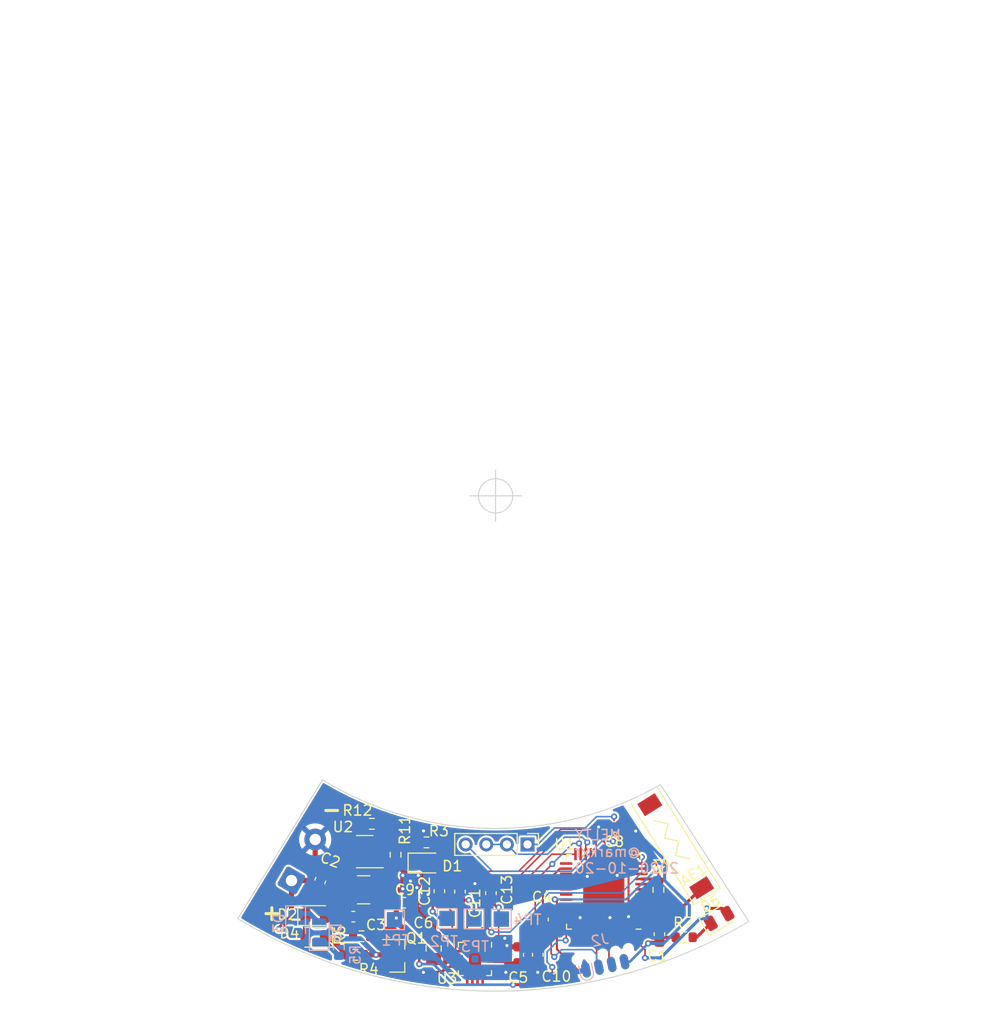
<source format=kicad_pcb>
(kicad_pcb (version 20201002) (generator pcbnew)
  (layers (0 "F.Cu" signal) (31 "B.Cu" signal) (34 "B.Paste" user) (35 "F.Paste" user) (36 "B.SilkS" user "B.Silkscreen") (37 "F.SilkS" user "F.Silkscreen") (38 "B.Mask" user) (39 "F.Mask" user) (44 "Edge.Cuts" user))
  (net 0 "")
  (net 1 "GND")
  (net 2 "/ANT")
  (net 3 "/VLOGIC")
  (net 4 "Net-(C4-Pad1)")
  (net 5 "/PROG_RX")
  (net 6 "Net-(J2-Pad3)")
  (net 7 "/PROG_BOOT")
  (net 8 "/PROG_TX")
  (net 9 "/PROG_EN")
  (net 10 "Net-(U1-Pad48)")
  (net 11 "Net-(U1-Pad47)")
  (net 12 "Net-(U1-Pad45)")
  (net 13 "Net-(U1-Pad44)")
  (net 14 "Net-(U1-Pad12)")
  (net 15 "Net-(U1-Pad39)")
  (net 16 "Net-(U1-Pad10)")
  (net 17 "Net-(U1-Pad35)")
  (net 18 "Net-(U1-Pad33)")
  (net 19 "Net-(U1-Pad32)")
  (net 20 "Net-(U1-Pad31)")
  (net 21 "Net-(U1-Pad30)")
  (net 22 "/ESC_TELEMETRY")
  (net 23 "Net-(U1-Pad29)")
  (net 24 "Net-(U1-Pad27)")
  (net 25 "Net-(U1-Pad25)")
  (net 26 "Net-(U1-Pad21)")
  (net 27 "/ACCEL_Y")
  (net 28 "/ACCEL_X")
  (net 29 "Net-(U1-Pad17)")
  (net 30 "Net-(U1-Pad16)")
  (net 31 "/MOTOR2OUT")
  (net 32 "/MOTOR1OUT")
  (net 33 "/ACCEL_Z")
  (net 34 "Net-(U1-Pad34)")
  (net 35 "Net-(D1-Pad1)")
  (net 36 "/VBAT")
  (net 37 "Net-(U1-Pad8)")
  (net 38 "Net-(U1-Pad7)")
  (net 39 "Net-(U1-Pad6)")
  (net 40 "Net-(U3-Pad8)")
  (net 41 "/LED2")
  (net 42 "Net-(D6-Pad1)")
  (net 43 "Net-(Q1-Pad3)")
  (net 44 "Net-(D4-Pad1)")
  (net 45 "Net-(D5-Pad1)")
  (net 46 "/LED1")
  (net 47 "Net-(U3-Pad13)")
  (net 48 "Net-(U3-Pad12)")
  (net 49 "/ACCEL_SELF_TEST")
  (net 50 "Net-(U3-Pad11)")
  (net 51 "Net-(U3-Pad10)")
  (net 52 "Net-(U3-Pad9)")
  (net 53 "Net-(U3-Pad3)")
  (net 54 "Net-(U3-Pad1)")
  (net 55 "/LED1_GATE")
  (net 56 "Net-(U1-Pad11)")
  (net 57 "Net-(U1-Pad38)")
  (net 58 "Net-(U1-Pad5)")
  (net 59 "Net-(J2-Pad5)")
  (net 60 "/REG_SW")
  (net 61 "/REG_BS")
  (net 62 "/REG_FB")
  (net 63 "Net-(AE1-Pad2)")
  (net 64 "Net-(U1-Pad28)")
  (net 65 "Net-(D2-Pad1)")
  (net 66 "Net-(D3-Pad1)")
  (module "Connector_Wire:SolderWire-0.5sqmm_1x02_P4.6mm_D0.9mm_OD2.1mm" (layer "F.Cu") (at 100.2 117.3 60)
    (fp_text reference "J1" hide)
    (fp_text value "Conn_01x02_Male")
    (pad "1" thru_hole roundrect (at 0 0 60) (size 2.1 2.1) (drill 1.1) (layers *.Cu *.Mask) (roundrect_rratio 0.1190480952380952) (net 36 "/VBAT"))
    (pad "2" thru_hole circle (at 4.6 0 60) (size 2.1 2.1) (drill 1.1) (layers *.Cu *.Mask) (net 1 "GND"))
  )
  (module "LED_SMD:LED_0805_2012Metric" (layer "F.Cu") (at 102.5 122.8 180)
    (fp_text reference "D4" (at 2.5 0.4) (layer "F.SilkS"))
    (fp_text value "white")
    (pad "1" smd roundrect (at -0.9375 0 180) (size 0.975 1.4) (layers "F.Cu" "F.Paste" "F.Mask") (net 44 "Net-(D4-Pad1)"))
    (pad "2" smd roundrect (at 0.9375 0 180) (size 0.975 1.4) (layers "F.Cu" "F.Paste" "F.Mask") (net 65 "Net-(D2-Pad1)"))
  )
  (module "Resistor_SMD:R_0603_1608Metric" (layer "F.Cu") (at 107 122.7)
    (fp_text reference "R6" (at -2.1 -0.1 90) (layer "F.SilkS"))
    (fp_text value "1k")
    (pad "1" smd roundrect (at -0.825 0) (size 0.8 0.95) (layers "F.Cu" "F.Paste" "F.Mask") (net 46 "/LED1"))
    (pad "2" smd roundrect (at 0.825 0) (size 0.8 0.95) (layers "F.Cu" "F.Paste" "F.Mask") (net 55 "/LED1_GATE"))
  )
  (module "LED_SMD:LED_0805_2012Metric" (layer "F.Cu") (at 141.688101 120.96875 30)
    (fp_text reference "D6" (at 0 -1.65 210) (layer "F.SilkS"))
    (fp_text value "LED")
    (pad "1" smd roundrect (at -0.9375 0 30) (size 0.975 1.4) (layers "F.Cu" "F.Paste" "F.Mask") (net 42 "Net-(D6-Pad1)"))
    (pad "2" smd roundrect (at 0.9375 0 30) (size 0.975 1.4) (layers "F.Cu" "F.Paste" "F.Mask") (net 41 "/LED2"))
  )
  (module "Capacitor_SMD:C_0603_1608Metric" (layer "F.Cu") (at 119.55 118.525 90)
    (fp_text reference "C13" (at 0.325 1.55 90) (layer "F.SilkS"))
    (fp_text value "0.1uF")
    (pad "1" smd roundrect (at -0.775 0 90) (size 0.9 0.95) (layers "F.Cu" "F.Paste" "F.Mask") (net 33 "/ACCEL_Z"))
    (pad "2" smd roundrect (at 0.775 0 90) (size 0.9 0.95) (layers "F.Cu" "F.Paste" "F.Mask") (net 1 "GND"))
  )
  (module "Resistor_SMD:R_0603_1608Metric" (layer "F.Cu") (at 135.8 118.2 90)
    (fp_text reference "R1" (at 2.4 0.1 90) (layer "F.SilkS"))
    (fp_text value "22k")
    (pad "1" smd roundrect (at -0.825 0 90) (size 0.8 0.95) (layers "F.Cu" "F.Paste" "F.Mask") (net 3 "/VLOGIC"))
    (pad "2" smd roundrect (at 0.825 0 90) (size 0.8 0.95) (layers "F.Cu" "F.Paste" "F.Mask") (net 9 "/PROG_EN"))
  )
  (module "Capacitor_SMD:C_0603_1608Metric" (layer "F.Cu") (at 131.5 112.1 180)
    (fp_text reference "C8" (at 0 -1.43) (layer "F.SilkS"))
    (fp_text value "0.1uF")
    (pad "1" smd roundrect (at -0.775 0 180) (size 0.9 0.95) (layers "F.Cu" "F.Paste" "F.Mask") (net 9 "/PROG_EN"))
    (pad "2" smd roundrect (at 0.775 0 180) (size 0.9 0.95) (layers "F.Cu" "F.Paste" "F.Mask") (net 1 "GND"))
  )
  (module "Package_TO_SOT_SMD:SOT-23" (layer "F.Cu") (at 110.435403 124.6)
    (fp_text reference "Q1" (at 1.864597 -1.7 180) (layer "F.SilkS"))
    (fp_text value "2N7002ET1G")
    (pad "1" smd rect (at -1 -0.95) (size 0.9 0.8) (layers "F.Cu" "F.Paste" "F.Mask") (net 55 "/LED1_GATE"))
    (pad "2" smd rect (at -1 0.95) (size 0.9 0.8) (layers "F.Cu" "F.Paste" "F.Mask") (net 1 "GND"))
    (pad "3" smd rect (at 1 0) (size 0.9 0.8) (layers "F.Cu" "F.Paste" "F.Mask") (net 43 "Net-(Q1-Pad3)"))
  )
  (module "Resistor_SMD:R_0603_1608Metric" (layer "F.Cu") (at 108 111.8)
    (fp_text reference "R12" (at -1.4 -1.3) (layer "F.SilkS"))
    (fp_text value "22k")
    (pad "1" smd roundrect (at -0.825 0) (size 0.8 0.95) (layers "F.Cu" "F.Paste" "F.Mask") (net 1 "GND"))
    (pad "2" smd roundrect (at 0.825 0) (size 0.8 0.95) (layers "F.Cu" "F.Paste" "F.Mask") (net 62 "/REG_FB"))
  )
  (module "LED_SMD:LED_0805_2012Metric" (layer "F.Cu") (at 102.5 120.7)
    (fp_text reference "D2" (at -2.7 -0.1 180) (layer "F.SilkS"))
    (fp_text value "white")
    (pad "1" smd roundrect (at -0.9375 0) (size 0.975 1.4) (layers "F.Cu" "F.Paste" "F.Mask") (net 65 "Net-(D2-Pad1)"))
    (pad "2" smd roundrect (at 0.9375 0) (size 0.975 1.4) (layers "F.Cu" "F.Paste" "F.Mask") (net 36 "/VBAT"))
  )
  (module "melty-controller:AN9520-245" (layer "F.Cu") (at 140 118 32)
    (fp_text reference "AE1" (at 0 -1.5 32 unlocked) (layer "F.SilkS"))
    (fp_text value " AN9520-245 ")
    (pad "1" smd rect (at 0 0 32) (size 2 1.4) (layers "F.Cu" "F.Paste" "F.Mask") (net 2 "/ANT"))
    (pad "2" smd rect (at 0 -9.5 32) (size 2 1.4) (layers "F.Cu" "F.Paste" "F.Mask") (net 63 "Net-(AE1-Pad2)"))
  )
  (module "Capacitor_SMD:C_0603_1608Metric" (layer "F.Cu") (at 106.2 120.8 180)
    (fp_text reference "C3" (at -2.2 -0.8) (layer "F.SilkS"))
    (fp_text value "22nF")
    (pad "1" smd roundrect (at -0.775 0 180) (size 0.9 0.95) (layers "F.Cu" "F.Paste" "F.Mask") (net 61 "/REG_BS"))
    (pad "2" smd roundrect (at 0.775 0 180) (size 0.9 0.95) (layers "F.Cu" "F.Paste" "F.Mask") (net 60 "/REG_SW"))
  )
  (module "Capacitor_SMD:C_0603_1608Metric" (layer "F.Cu") (at 116.55 118.375 90)
    (fp_text reference "C11" (at -1.125 1.45 270) (layer "F.SilkS"))
    (fp_text value "0.1uF")
    (pad "1" smd roundrect (at -0.775 0 90) (size 0.9 0.95) (layers "F.Cu" "F.Paste" "F.Mask") (net 27 "/ACCEL_Y"))
    (pad "2" smd roundrect (at 0.775 0 90) (size 0.9 0.95) (layers "F.Cu" "F.Paste" "F.Mask") (net 1 "GND"))
  )
  (module "Inductor_SMD:L_1210_3225Metric" (layer "F.Cu") (at 107.2 118.2)
    (fp_text reference "L1" hide)
    (fp_text value "10uH")
    (pad "1" smd roundrect (at -1.4 0) (size 1.25 2.65) (layers "F.Cu" "F.Paste" "F.Mask") (roundrect_rratio 0.2) (net 60 "/REG_SW"))
    (pad "2" smd roundrect (at 1.4 0) (size 1.25 2.65) (layers "F.Cu" "F.Paste" "F.Mask") (roundrect_rratio 0.2) (net 3 "/VLOGIC"))
  )
  (module "Resistor_SMD:R_0603_1608Metric" (layer "F.Cu") (at 138.3 122.8 180)
    (fp_text reference "R7" (at 0.1 1.4) (layer "F.SilkS"))
    (fp_text value "1k")
    (pad "1" smd roundrect (at -0.825 0 180) (size 0.8 0.95) (layers "F.Cu" "F.Paste" "F.Mask") (net 42 "Net-(D6-Pad1)"))
    (pad "2" smd roundrect (at 0.825 0 180) (size 0.8 0.95) (layers "F.Cu" "F.Paste" "F.Mask") (net 1 "GND"))
  )
  (module "Connector_PinHeader_2.00mm:PinHeader_1x04_P2.00mm_Vertical" (layer "F.Cu") (at 123.1 113.8 -90)
    (fp_text reference "J3" hide)
    (fp_text value "esc_io")
    (pad "1" thru_hole rect (at 0 0 270) (size 1.35 1.35) (drill 0.8) (layers *.Cu *.Mask) (net 32 "/MOTOR1OUT"))
    (pad "2" thru_hole oval (at 0 2 270) (size 1.35 1.35) (drill 0.8) (layers *.Cu *.Mask) (net 22 "/ESC_TELEMETRY"))
    (pad "3" thru_hole oval (at 0 4 270) (size 1.35 1.35) (drill 0.8) (layers *.Cu *.Mask) (net 22 "/ESC_TELEMETRY"))
    (pad "4" thru_hole oval (at 0 6 270) (size 1.35 1.35) (drill 0.8) (layers *.Cu *.Mask) (net 31 "/MOTOR2OUT"))
  )
  (module "Capacitor_SMD:C_0603_1608Metric" (layer "F.Cu") (at 124.6 121.075 -90)
    (fp_text reference "C4" (at -2.175 0.1 180) (layer "F.SilkS"))
    (fp_text value "1uF")
    (pad "1" smd roundrect (at -0.775 0 270) (size 0.9 0.95) (layers "F.Cu" "F.Paste" "F.Mask") (net 4 "Net-(C4-Pad1)"))
    (pad "2" smd roundrect (at 0.775 0 270) (size 0.9 0.95) (layers "F.Cu" "F.Paste" "F.Mask") (net 1 "GND"))
  )
  (module "Capacitor_SMD:C_0603_1608Metric" (layer "F.Cu") (at 103 117.3 70)
    (fp_text reference "C2" (at 2.2 0.223381 340) (layer "F.SilkS"))
    (fp_text value "10uF")
    (pad "1" smd roundrect (at -0.775 0 70) (size 0.9 0.95) (layers "F.Cu" "F.Paste" "F.Mask") (net 36 "/VBAT"))
    (pad "2" smd roundrect (at 0.775 0 70) (size 0.9 0.95) (layers "F.Cu" "F.Paste" "F.Mask") (net 1 "GND"))
  )
  (module "Resistor_SMD:R_0603_1608Metric" (layer "F.Cu") (at 106.4 124.5 180)
    (fp_text reference "R4" (at -1.3 -1.4) (layer "F.SilkS"))
    (fp_text value "100R")
    (pad "1" smd roundrect (at -0.825 0 180) (size 0.8 0.95) (layers "F.Cu" "F.Paste" "F.Mask") (net 43 "Net-(Q1-Pad3)"))
    (pad "2" smd roundrect (at 0.825 0 180) (size 0.8 0.95) (layers "F.Cu" "F.Paste" "F.Mask") (net 44 "Net-(D4-Pad1)"))
  )
  (module "Capacitor_SMD:C_0603_1608Metric" (layer "F.Cu") (at 124.1 124.5 90)
    (fp_text reference "C10" (at -2.1 1.8 180) (layer "F.SilkS"))
    (fp_text value "10uF")
    (pad "1" smd roundrect (at -0.775 0 90) (size 0.9 0.95) (layers "F.Cu" "F.Paste" "F.Mask") (net 3 "/VLOGIC"))
    (pad "2" smd roundrect (at 0.775 0 90) (size 0.9 0.95) (layers "F.Cu" "F.Paste" "F.Mask") (net 1 "GND"))
  )
  (module "LED_SMD:LED_0805_2012Metric" (layer "F.Cu") (at 113.2 115.6)
    (fp_text reference "D1" (at 2.6 0.3 180) (layer "F.SilkS"))
    (fp_text value "LED")
    (pad "1" smd roundrect (at -0.9375 0) (size 0.975 1.4) (layers "F.Cu" "F.Paste" "F.Mask") (net 35 "Net-(D1-Pad1)"))
    (pad "2" smd roundrect (at 0.9375 0) (size 0.975 1.4) (layers "F.Cu" "F.Paste" "F.Mask") (net 3 "/VLOGIC"))
  )
  (module "Resistor_SMD:R_0603_1608Metric" (layer "F.Cu") (at 110.3 114.8 -90)
    (fp_text reference "R11" (at -2.4 -0.9 90) (layer "F.SilkS"))
    (fp_text value "100k")
    (pad "1" smd roundrect (at -0.825 0 270) (size 0.8 0.95) (layers "F.Cu" "F.Paste" "F.Mask") (net 62 "/REG_FB"))
    (pad "2" smd roundrect (at 0.825 0 270) (size 0.8 0.95) (layers "F.Cu" "F.Paste" "F.Mask") (net 3 "/VLOGIC"))
  )
  (module "Capacitor_SMD:C_0603_1608Metric" (layer "F.Cu") (at 135.9 122.5 -90)
    (fp_text reference "C1" (at 2.1 0.2 180) (layer "F.SilkS"))
    (fp_text value "0.1uF")
    (pad "1" smd roundrect (at -0.775 0 270) (size 0.9 0.95) (layers "F.Cu" "F.Paste" "F.Mask") (net 3 "/VLOGIC"))
    (pad "2" smd roundrect (at 0.775 0 270) (size 0.9 0.95) (layers "F.Cu" "F.Paste" "F.Mask") (net 1 "GND"))
  )
  (module "Capacitor_SMD:C_0805_2012Metric_Pad1.18x1.45mm_HandSolder" (layer "F.Cu") (at 113.990583 123.875 90)
    (fp_text reference "C6" (at 2.475 -0.990583 180) (layer "F.SilkS"))
    (fp_text value "DNP 0805 spare")
    (pad "1" smd roundrect (at -1.0375 0 90) (size 1.175 1.45) (layers "F.Cu" "F.Paste" "F.Mask") (roundrect_rratio 0.212766) (net 3 "/VLOGIC"))
    (pad "2" smd roundrect (at 1.0375 0 90) (size 1.175 1.45) (layers "F.Cu" "F.Paste" "F.Mask") (roundrect_rratio 0.212766) (net 1 "GND"))
  )
  (module "Capacitor_SMD:C_0603_1608Metric" (layer "F.Cu") (at 111.140287 119.452189)
    (fp_text reference "C9" (at 0.059713 -1.252189) (layer "F.SilkS"))
    (fp_text value "10uF")
    (pad "1" smd roundrect (at -0.775 0) (size 0.9 0.95) (layers "F.Cu" "F.Paste" "F.Mask") (net 3 "/VLOGIC"))
    (pad "2" smd roundrect (at 0.775 0) (size 0.9 0.95) (layers "F.Cu" "F.Paste" "F.Mask") (net 1 "GND"))
  )
  (module "Resistor_SMD:R_0603_1608Metric" (layer "F.Cu") (at 113.3 113.6)
    (fp_text reference "R3" (at 1.2 -1.1) (layer "F.SilkS"))
    (fp_text value "1k")
    (pad "1" smd roundrect (at -0.825 0) (size 0.8 0.95) (layers "F.Cu" "F.Paste" "F.Mask") (net 35 "Net-(D1-Pad1)"))
    (pad "2" smd roundrect (at 0.825 0) (size 0.8 0.95) (layers "F.Cu" "F.Paste" "F.Mask") (net 1 "GND"))
  )
  (module "melty-controller:QFN-16-extralong" (layer "F.Cu") (at 118 124.9 -90)
    (fp_text reference "U3" (at 1.9 2.7) (layer "F.SilkS"))
    (fp_text value "ADXL377")
    (pad "" smd roundrect (at 0 0 270) (size 0.69 0.69) (layers "B.Cu" "F.Paste"))
    (pad "1" smd roundrect (at -1.8625 -0.75 270) (size 1.425 0.25) (layers "F.Cu" "F.Paste" "F.Mask") (net 54 "Net-(U3-Pad1)"))
    (pad "2" smd roundrect (at -1.8625 -0.25 270) (size 1.425 0.25) (layers "F.Cu" "F.Paste" "F.Mask") (net 49 "/ACCEL_SELF_TEST"))
    (pad "3" smd roundrect (at -1.8625 0.25 270) (size 1.425 0.25) (layers "F.Cu" "F.Paste" "F.Mask") (net 53 "Net-(U3-Pad3)"))
    (pad "4" smd roundrect (at -1.8625 0.75 270) (size 1.425 0.25) (layers "F.Cu" "F.Paste" "F.Mask") (net 27 "/ACCEL_Y"))
    (pad "5" smd roundrect (at -0.75 1.8625 270) (size 0.25 1.425) (layers "F.Cu" "F.Paste" "F.Mask") (net 28 "/ACCEL_X"))
    (pad "6" smd roundrect (at -0.25 1.8625 270) (size 0.25 1.425) (layers "F.Cu" "F.Paste" "F.Mask") (net 1 "GND"))
    (pad "7" smd roundrect (at 0.25 1.8625 270) (size 0.25 1.425) (layers "F.Cu" "F.Paste" "F.Mask") (net 1 "GND"))
    (pad "8" smd roundrect (at 0.75 1.8625 270) (size 0.25 1.425) (layers "F.Cu" "F.Paste" "F.Mask") (net 40 "Net-(U3-Pad8)"))
    (pad "9" smd roundrect (at 1.8625 0.75 270) (size 1.425 0.25) (layers "F.Cu" "F.Paste" "F.Mask") (net 52 "Net-(U3-Pad9)"))
    (pad "10" smd roundrect (at 1.8625 0.25 270) (size 1.425 0.25) (layers "F.Cu" "F.Paste" "F.Mask") (net 51 "Net-(U3-Pad10)"))
    (pad "11" smd roundrect (at 1.8625 -0.25 270) (size 1.425 0.25) (layers "F.Cu" "F.Paste" "F.Mask") (net 50 "Net-(U3-Pad11)"))
    (pad "12" smd roundrect (at 1.8625 -0.75 270) (size 1.425 0.25) (layers "F.Cu" "F.Paste" "F.Mask") (net 48 "Net-(U3-Pad12)"))
    (pad "13" smd roundrect (at 0.75 -1.8625 270) (size 0.25 1.425) (layers "F.Cu" "F.Paste" "F.Mask") (net 47 "Net-(U3-Pad13)"))
    (pad "14" smd roundrect (at 0.25 -1.8625 270) (size 0.25 1.425) (layers "F.Cu" "F.Paste" "F.Mask") (net 3 "/VLOGIC"))
    (pad "15" smd roundrect (at -0.25 -1.8625 270) (size 0.25 1.425) (layers "F.Cu" "F.Paste" "F.Mask") (net 3 "/VLOGIC"))
    (pad "16" smd roundrect (at -0.75 -1.8625 270) (size 0.25 1.425) (layers "F.Cu" "F.Paste" "F.Mask") (net 33 "/ACCEL_Z"))
    (pad "17" smd rect (at 0 0 270) (size 1.2 1.2) (layers "F.Cu" "F.Mask"))
  )
  (module "Capacitor_SMD:C_0603_1608Metric" (layer "F.Cu") (at 114.55 118.325 90)
    (fp_text reference "C12" (at 0 -1.43 90) (layer "F.SilkS"))
    (fp_text value "0.1uF")
    (pad "1" smd roundrect (at -0.775 0 90) (size 0.9 0.95) (layers "F.Cu" "F.Paste" "F.Mask") (net 28 "/ACCEL_X"))
    (pad "2" smd roundrect (at 0.775 0 90) (size 0.9 0.95) (layers "F.Cu" "F.Paste" "F.Mask") (net 1 "GND"))
  )
  (module "Package_TO_SOT_SMD:SOT-23-6" (layer "F.Cu") (at 107.3 114.5 180)
    (fp_text reference "U2" (at 2.1 2.4) (layer "F.SilkS"))
    (fp_text value "MT2492")
    (pad "1" smd roundrect (at -1.1375 -0.95 180) (size 1.325 0.6) (layers "F.Cu" "F.Paste" "F.Mask") (net 61 "/REG_BS"))
    (pad "2" smd roundrect (at -1.1375 0 180) (size 1.325 0.6) (layers "F.Cu" "F.Paste" "F.Mask") (net 1 "GND"))
    (pad "3" smd roundrect (at -1.1375 0.95 180) (size 1.325 0.6) (layers "F.Cu" "F.Paste" "F.Mask") (net 62 "/REG_FB"))
    (pad "4" smd roundrect (at 1.1375 0.95 180) (size 1.325 0.6) (layers "F.Cu" "F.Paste" "F.Mask") (net 36 "/VBAT"))
    (pad "5" smd roundrect (at 1.1375 0 180) (size 1.325 0.6) (layers "F.Cu" "F.Paste" "F.Mask") (net 36 "/VBAT"))
    (pad "6" smd roundrect (at 1.1375 -0.95 180) (size 1.325 0.6) (layers "F.Cu" "F.Paste" "F.Mask") (net 60 "/REG_SW"))
  )
  (module "Capacitor_SMD:C_0603_1608Metric" (layer "F.Cu") (at 122.2 124.5 90)
    (fp_text reference "C5" (at -2.2 0 180) (layer "F.SilkS"))
    (fp_text value "0.1uF")
    (pad "1" smd roundrect (at -0.775 0 90) (size 0.9 0.95) (layers "F.Cu" "F.Paste" "F.Mask") (net 3 "/VLOGIC"))
    (pad "2" smd roundrect (at 0.775 0 90) (size 0.9 0.95) (layers "F.Cu" "F.Paste" "F.Mask") (net 1 "GND"))
  )
  (module "melty-controller:esp32-pico-special" (layer "F.Cu") (at 130.5 118.4 180)
    (fp_text reference "U1" (at 3.8 4.6 180) (layer "F.SilkS"))
    (fp_text value "ESP32-PICO-D4")
    (pad "1" smd roundrect (at -3.65 -2.75 180) (size 1.2 0.25) (layers "F.Cu" "F.Paste" "F.Mask") (net 3 "/VLOGIC"))
    (pad "2" smd roundrect (at -3.65 -2.25 180) (size 1.2 0.25) (layers "F.Cu" "F.Paste" "F.Mask") (net 2 "/ANT"))
    (pad "3" smd roundrect (at -3.65 -1.75 180) (size 1.2 0.25) (layers "F.Cu" "F.Paste" "F.Mask") (net 3 "/VLOGIC"))
    (pad "4" smd roundrect (at -3.65 -1.25 180) (size 1.2 0.25) (layers "F.Cu" "F.Paste" "F.Mask") (net 3 "/VLOGIC"))
    (pad "5" smd roundrect (at -3.65 -0.75 180) (size 1.2 0.25) (layers "F.Cu" "F.Paste" "F.Mask") (net 58 "Net-(U1-Pad5)"))
    (pad "6" smd roundrect (at -3.65 -0.25 180) (size 1.2 0.25) (layers "F.Cu" "F.Paste" "F.Mask") (net 39 "Net-(U1-Pad6)"))
    (pad "7" smd roundrect (at -3.65 0.25 180) (size 1.2 0.25) (layers "F.Cu" "F.Paste" "F.Mask") (net 38 "Net-(U1-Pad7)"))
    (pad "8" smd roundrect (at -3.65 0.75 180) (size 1.2 0.25) (layers "F.Cu" "F.Paste" "F.Mask") (net 37 "Net-(U1-Pad8)"))
    (pad "9" smd roundrect (at -3.65 1.25 180) (size 1.2 0.25) (layers "F.Cu" "F.Paste" "F.Mask") (net 9 "/PROG_EN"))
    (pad "10" smd roundrect (at -3.65 1.75 180) (size 1.2 0.25) (layers "F.Cu" "F.Paste" "F.Mask") (net 16 "Net-(U1-Pad10)"))
    (pad "11" smd roundrect (at -3.65 2.25 180) (size 1.2 0.25) (layers "F.Cu" "F.Paste" "F.Mask") (net 56 "Net-(U1-Pad11)"))
    (pad "12" smd roundrect (at -3.65 2.75 180) (size 1.2 0.25) (layers "F.Cu" "F.Paste" "F.Mask") (net 14 "Net-(U1-Pad12)"))
    (pad "13" smd roundrect (at -2.75 3.65 180) (size 0.25 1.2) (layers "F.Cu" "F.Paste" "F.Mask") (net 49 "/ACCEL_SELF_TEST"))
    (pad "14" smd roundrect (at -2.25 3.65 180) (size 0.25 1.2) (layers "F.Cu" "F.Paste" "F.Mask") (net 32 "/MOTOR1OUT"))
    (pad "15" smd roundrect (at -1.75 3.65 180) (size 0.25 1.2) (layers "F.Cu" "F.Paste" "F.Mask") (net 31 "/MOTOR2OUT"))
    (pad "16" smd roundrect (at -1.25 3.65 180) (size 0.25 1.2) (layers "F.Cu" "F.Paste" "F.Mask") (net 30 "Net-(U1-Pad16)"))
    (pad "17" smd roundrect (at -0.75 3.65 180) (size 0.25 1.2) (layers "F.Cu" "F.Paste" "F.Mask") (net 29 "Net-(U1-Pad17)"))
    (pad "18" smd roundrect (at -0.25 3.65 180) (size 0.25 1.2) (layers "F.Cu" "F.Paste" "F.Mask") (net 28 "/ACCEL_X"))
    (pad "19" smd roundrect (at 0.25 3.65 180) (size 0.25 1.2) (layers "F.Cu" "F.Paste" "F.Mask") (net 3 "/VLOGIC"))
    (pad "20" smd roundrect (at 0.75 3.65 180) (size 0.25 1.2) (layers "F.Cu" "F.Paste" "F.Mask") (net 27 "/ACCEL_Y"))
    (pad "21" smd roundrect (at 1.25 3.65 180) (size 0.25 1.2) (layers "F.Cu" "F.Paste" "F.Mask") (net 26 "Net-(U1-Pad21)"))
    (pad "22" smd roundrect (at 1.75 3.65 180) (size 0.25 1.2) (layers "F.Cu" "F.Paste" "F.Mask") (net 22 "/ESC_TELEMETRY"))
    (pad "23" smd roundrect (at 2.25 3.65 180) (size 0.25 1.2) (layers "F.Cu" "F.Paste" "F.Mask") (net 7 "/PROG_BOOT"))
    (pad "24" smd roundrect (at 2.75 3.65 180) (size 0.25 1.2) (layers "F.Cu" "F.Paste" "F.Mask") (net 33 "/ACCEL_Z"))
    (pad "25" smd roundrect (at 3.65 2.75 180) (size 1.2 0.25) (layers "F.Cu" "F.Paste" "F.Mask") (net 25 "Net-(U1-Pad25)"))
    (pad "26" smd roundrect (at 3.65 2.25 180) (size 1.2 0.25) (layers "F.Cu" "F.Paste" "F.Mask") (net 4 "Net-(C4-Pad1)"))
    (pad "27" smd roundrect (at 3.65 1.75 180) (size 1.2 0.25) (layers "F.Cu" "F.Paste" "F.Mask") (net 24 "Net-(U1-Pad27)"))
    (pad "28" smd roundrect (at 3.65 1.25 180) (size 1.2 0.25) (layers "F.Cu" "F.Paste" "F.Mask") (net 64 "Net-(U1-Pad28)"))
    (pad "29" smd roundrect (at 3.65 0.75 180) (size 1.2 0.25) (layers "F.Cu" "F.Paste" "F.Mask") (net 23 "Net-(U1-Pad29)"))
    (pad "30" smd roundrect (at 3.65 0.25 180) (size 1.2 0.25) (layers "F.Cu" "F.Paste" "F.Mask") (net 21 "Net-(U1-Pad30)"))
    (pad "31" smd roundrect (at 3.65 -0.25 180) (size 1.2 0.25) (layers "F.Cu" "F.Paste" "F.Mask") (net 20 "Net-(U1-Pad31)"))
    (pad "32" smd roundrect (at 3.65 -0.75 180) (size 1.2 0.25) (layers "F.Cu" "F.Paste" "F.Mask") (net 19 "Net-(U1-Pad32)"))
    (pad "33" smd roundrect (at 3.65 -1.25 180) (size 1.2 0.25) (layers "F.Cu" "F.Paste" "F.Mask") (net 18 "Net-(U1-Pad33)"))
    (pad "34" smd roundrect (at 3.65 -1.75 180) (size 1.2 0.25) (layers "F.Cu" "F.Paste" "F.Mask") (net 34 "Net-(U1-Pad34)"))
    (pad "35" smd roundrect (at 3.65 -2.25 180) (size 1.2 0.25) (layers "F.Cu" "F.Paste" "F.Mask") (net 17 "Net-(U1-Pad35)"))
    (pad "36" smd roundrect (at 3.65 -2.75 180) (size 1.2 0.25) (layers "F.Cu" "F.Paste" "F.Mask") (net 46 "/LED1"))
    (pad "37" smd roundrect (at 2.75 -3.65 180) (size 0.25 1.2) (layers "F.Cu" "F.Paste" "F.Mask") (net 3 "/VLOGIC"))
    (pad "38" smd roundrect (at 2.25 -3.65 180) (size 0.25 1.2) (layers "F.Cu" "F.Paste" "F.Mask") (net 57 "Net-(U1-Pad38)"))
    (pad "39" smd roundrect (at 1.75 -3.65 180) (size 0.25 1.2) (layers "F.Cu" "F.Paste" "F.Mask") (net 15 "Net-(U1-Pad39)"))
    (pad "40" smd roundrect (at 1.25 -3.65 180) (size 0.25 1.2) (layers "F.Cu" "F.Paste" "F.Mask") (net 5 "/PROG_RX"))
    (pad "41" smd roundrect (at 0.75 -3.65 180) (size 0.25 1.2) (layers "F.Cu" "F.Paste" "F.Mask") (net 8 "/PROG_TX"))
    (pad "42" smd roundrect (at 0.25 -3.65 180) (size 0.25 1.2) (layers "F.Cu" "F.Paste" "F.Mask") (net 41 "/LED2"))
    (pad "43" smd roundrect (at -0.25 -3.65 180) (size 0.25 1.2) (layers "F.Cu" "F.Paste" "F.Mask") (net 3 "/VLOGIC"))
    (pad "44" smd roundrect (at -0.75 -3.65 180) (size 0.25 1.2) (layers "F.Cu" "F.Paste" "F.Mask") (net 13 "Net-(U1-Pad44)"))
    (pad "45" smd roundrect (at -1.25 -3.65 180) (size 0.25 1.2) (layers "F.Cu" "F.Paste" "F.Mask") (net 12 "Net-(U1-Pad45)"))
    (pad "46" smd roundrect (at -1.75 -3.65 180) (size 0.25 1.2) (layers "F.Cu" "F.Paste" "F.Mask") (net 3 "/VLOGIC"))
    (pad "47" smd roundrect (at -2.25 -3.65 180) (size 0.25 1.2) (layers "F.Cu" "F.Paste" "F.Mask") (net 11 "Net-(U1-Pad47)"))
    (pad "48" smd roundrect (at -2.75 -3.65 180) (size 0.25 1.2) (layers "F.Cu" "F.Paste" "F.Mask") (net 10 "Net-(U1-Pad48)"))
    (pad "49" smd rect (at 0 0 180) (size 4 4) (layers "F.Cu" "F.Mask") (net 1 "GND"))
  )
  (module "LED_SMD:LED_0805_2012Metric" (layer "B.Cu") (at 100.6 121.4375 -90)
    (fp_text reference "D3" (at 0 1.65 -90) (layer "B.SilkS") (effects (justify mirror)))
    (fp_text value "white")
    (pad "1" smd roundrect (at -0.9375 0 270) (size 0.975 1.4) (layers "B.Cu" "B.Paste" "B.Mask") (net 66 "Net-(D3-Pad1)"))
    (pad "2" smd roundrect (at 0.9375 0 270) (size 0.975 1.4) (layers "B.Cu" "B.Paste" "B.Mask") (net 36 "/VBAT"))
  )
  (module "LED_SMD:LED_0805_2012Metric" (layer "B.Cu") (at 102.9 122.375 90)
    (fp_text reference "D5" (at 0 1.65 90) (layer "B.SilkS") (effects (justify mirror)))
    (fp_text value "white")
    (pad "1" smd roundrect (at -0.9375 0 90) (size 0.975 1.4) (layers "B.Cu" "B.Paste" "B.Mask") (net 45 "Net-(D5-Pad1)"))
    (pad "2" smd roundrect (at 0.9375 0 90) (size 0.975 1.4) (layers "B.Cu" "B.Paste" "B.Mask") (net 66 "Net-(D3-Pad1)"))
  )
  (module "TestPoint:TestPoint_Pad_1.5x1.5mm" (layer "B.Cu") (at 115.3 120.975)
    (fp_text reference "TP2" (at -0.3 2.225) (layer "B.SilkS") (effects (justify mirror)))
    (fp_text value "X")
    (pad "1" smd rect (at 0 0) (size 1.5 1.5) (layers "B.Cu" "B.Mask") (net 28 "/ACCEL_X"))
  )
  (module "melty-controller:SOIC_clipProgSmall" (layer "B.Cu") (at 130.8 126.3 -168)
    (fp_text reference "J2" (at 0 3.302 -348) (layer "B.SilkS") (effects (justify mirror)))
    (fp_text value "soicbite")
    (pad "" np_thru_hole circle (at 2.54 1.905 192) (size 0.7 0.7) (drill 0.7) (layers *.Cu *.Mask))
    (pad "" np_thru_hole circle (at -2.54 1.905 192) (size 0.7 0.7) (drill 0.7) (layers *.Cu *.Mask))
    (pad "" np_thru_hole circle (at 0 1.905 192) (size 0.7 0.7) (drill 0.7) (layers *.Cu *.Mask))
    (pad "" np_thru_hole circle (at -1.27 1.905 192) (size 0.7 0.7) (drill 0.7) (layers *.Cu *.Mask))
    (pad "" np_thru_hole circle (at 1.27 1.905 192) (size 0.7 0.7) (drill 0.7) (layers *.Cu *.Mask))
    (pad "1" smd oval (at 1.905 0.75 192) (size 0.8 1.5) (layers "B.Cu" "B.Mask") (net 3 "/VLOGIC"))
    (pad "2" smd oval (at 0.635 0.75 192) (size 0.8 1.5) (layers "B.Cu" "B.Mask") (net 7 "/PROG_BOOT"))
    (pad "3" smd oval (at -0.635 0.75 192) (size 0.8 1.5) (layers "B.Cu" "B.Mask") (net 6 "Net-(J2-Pad3)"))
    (pad "4" smd oval (at -1.905 0.75 192) (size 0.8 1.5) (layers "B.Cu" "B.Mask") (net 1 "GND"))
    (pad "5" smd oval (at -1.905 0.75 192) (size 0.8 1.5) (layers "F.Cu" "F.Mask") (net 59 "Net-(J2-Pad5)"))
    (pad "6" smd oval (at -0.635 0.75 192) (size 0.8 1.5) (layers "F.Cu" "F.Mask") (net 8 "/PROG_TX"))
    (pad "7" smd oval (at 0.635 0.75 192) (size 0.8 1.5) (layers "F.Cu" "F.Mask") (net 5 "/PROG_RX"))
    (pad "8" smd oval (at 1.905 0.75 192) (size 0.8 1.5) (layers "F.Cu" "F.Mask") (net 9 "/PROG_EN"))
  )
  (module "TestPoint:TestPoint_Pad_1.5x1.5mm" (layer "B.Cu") (at 110.2 121.1)
    (fp_text reference "TP1" (at 0.1 2) (layer "B.SilkS") (effects (justify mirror)))
    (fp_text value "TestPoint")
    (pad "1" smd rect (at 0 0) (size 1.5 1.5) (layers "B.Cu" "B.Mask") (net 3 "/VLOGIC"))
  )
  (module "TestPoint:TestPoint_Pad_1.5x1.5mm" (layer "B.Cu") (at 117.9 121.025)
    (fp_text reference "TP3" (at 0.1 2.675) (layer "B.SilkS") (effects (justify mirror)))
    (fp_text value "Y")
    (pad "1" smd rect (at 0 0) (size 1.5 1.5) (layers "B.Cu" "B.Mask") (net 27 "/ACCEL_Y"))
  )
  (module "TestPoint:TestPoint_Pad_1.5x1.5mm" (layer "B.Cu") (at 120.560457 121.036089)
    (fp_text reference "TP4" (at 2.539543 0.063911) (layer "B.SilkS") (effects (justify mirror)))
    (fp_text value "Z")
    (pad "1" smd rect (at 0 0) (size 1.5 1.5) (layers "B.Cu" "B.Mask") (net 33 "/ACCEL_Z"))
  )
  (module "Resistor_SMD:R_0603_1608Metric" (layer "B.Cu") (at 104.8 123.775 -90)
    (fp_text reference "R5" (at 0.725 -1.6 90) (layer "B.SilkS") (effects (justify mirror)))
    (fp_text value "100R")
    (pad "1" smd roundrect (at -0.825 0 270) (size 0.8 0.95) (layers "B.Cu" "B.Paste" "B.Mask") (net 43 "Net-(Q1-Pad3)"))
    (pad "2" smd roundrect (at 0.825 0 270) (size 0.8 0.95) (layers "B.Cu" "B.Paste" "B.Mask") (net 45 "Net-(D5-Pad1)"))
  )
  (gr_arc (start 120 80) (end 135.999999 107.999999) (angle 61.11788644) (layer "Edge.Cuts") (width 0.1))
  (gr_line (start 103.210916 107.534098) (end 95 121) (layer "Edge.Cuts") (width 0.1))
  (gr_arc (start 120 80) (end 95.000001 120.999999) (angle -62.13572467) (layer "Edge.Cuts") (width 0.1))
  (gr_line (start 144.561878 121.263955) (end 136 108) (layer "Edge.Cuts") (width 0.1))
  (gr_text "MELTY\n@markxr\n2020-10-20" (at 127.6 114.5) (layer "B.SilkS") (effects (font (size 1 1)) (justify right mirror)))
  (gr_text "-" (at 104.1 110.4) (layer "F.SilkS") (effects (font (size 1.5 1.5) (thickness 0.3))))
  (gr_text "+" (at 98.3 120.4) (layer "F.SilkS") (effects (font (size 1.5 1.5) (thickness 0.3))))
  (target plus (at 120 80) (size 5) (width 0.1) (layer "Edge.Cuts"))
  (segment (start 107.775 114.5) (end 108.4375 114.5) (width 0.5) (layer "F.Cu") (net 1))
  (segment (start 115.07499 124.82501) (end 115.25 124.65) (width 0.3) (layer "F.Cu") (net 1))
  (segment (start 107.32499 114.04999) (end 107.775 114.5) (width 0.5) (layer "F.Cu") (net 1))
  (segment (start 134.925 123.275) (end 134.8 123.4) (width 0.3) (layer "F.Cu") (net 1))
  (segment (start 114.55 117.1) (end 114.55 117.55) (width 0.5) (layer "F.Cu") (net 1))
  (segment (start 113.0125 112.4875) (end 112.325 111.8) (width 0.5) (layer "F.Cu") (net 1))
  (segment (start 113.990583 121.527485) (end 111.915287 119.452189) (width 0.5) (layer "F.Cu") (net 1))
  (segment (start 116.5 117.55) (end 116.55 117.6) (width 0.5) (layer "F.Cu") (net 1))
  (segment (start 108.10001 110.87499) (end 107.175 111.8) (width 0.5) (layer "F.Cu") (net 1))
  (segment (start 135.9 123.275) (end 134.925 123.275) (width 0.3) (layer "F.Cu") (net 1))
  (segment (start 113.45 118.65) (end 112.647811 119.452189) (width 0.5) (layer "F.Cu") (net 1))
  (segment (start 110.085403 126.2) (end 109.435403 125.55) (width 0.25) (layer "F.Cu") (net 1))
  (segment (start 124.1 123.725) (end 122.2 123.725) (width 0.5) (layer "F.Cu") (net 1))
  (segment (start 114.55 117.55) (end 113.45 118.65) (width 0.5) (layer "F.Cu") (net 1))
  (segment (start 114.125 113.6) (end 113.0125 112.4875) (width 0.5) (layer "F.Cu") (net 1))
  (segment (start 116.55 117.6) (end 118 117.6) (width 0.5) (layer "F.Cu") (net 1))
  (segment (start 130.725 112.1) (end 130 112.1) (width 0.25) (layer "F.Cu") (net 1))
  (segment (start 115.07501 114.55001) (end 115.07501 116.57499) (width 0.5) (layer "F.Cu") (net 1))
  (segment (start 115.07499 125.416632) (end 115.341622 125.15) (width 0.3) (layer "F.Cu") (net 1))
  (segment (start 114.758358 126.2) (end 115.07499 125.883368) (width 0.3) (layer "F.Cu") (net 1))
  (segment (start 112.325 111.8) (end 110.219254 111.8) (width 0.5) (layer "F.Cu") (net 1))
  (segment (start 104.016283 111.8) (end 102.5 113.316283) (width 0.5) (layer "F.Cu") (net 1))
  (segment (start 107.175 111.8) (end 104.016283 111.8) (width 0.5) (layer "F.Cu") (net 1))
  (segment (start 115.25 124.65) (end 116.1375 124.65) (width 0.3) (layer "F.Cu") (net 1))
  (segment (start 112.647811 119.452189) (end 111.915287 119.452189) (width 0.5) (layer "F.Cu") (net 1))
  (segment (start 115.341622 125.15) (end 116.1375 125.15) (width 0.3) (layer "F.Cu") (net 1))
  (segment (start 107.32499 111.94999) (end 107.32499 114.04999) (width 0.5) (layer "F.Cu") (net 1))
  (segment (start 113 126.2) (end 110.085403 126.2) (width 0.25) (layer "F.Cu") (net 1))
  (segment (start 136.375 122.8) (end 135.9 123.275) (width 0.3) (layer "F.Cu") (net 1))
  (segment (start 115.07499 125.416632) (end 115.07499 124.82501) (width 0.3) (layer "F.Cu") (net 1))
  (segment (start 109.294244 110.87499) (end 108.10001 110.87499) (width 0.5) (layer "F.Cu") (net 1))
  (segment (start 120.9 123.4) (end 121.1 123.6) (width 0.5) (layer "F.Cu") (net 1))
  (segment (start 122.2 123.725) (end 121.225 123.725) (width 0.5) (layer "F.Cu") (net 1))
  (segment (start 118 117.6) (end 119.4 117.6) (width 0.5) (layer "F.Cu") (net 1))
  (segment (start 114.125 113.6) (end 115.07501 114.55001) (width 0.5) (layer "F.Cu") (net 1))
  (segment (start 137.475 122.8) (end 136.375 122.8) (width 0.3) (layer "F.Cu") (net 1))
  (segment (start 113 126.2) (end 114.758358 126.2) (width 0.3) (layer "F.Cu") (net 1))
  (segment (start 110.219254 111.8) (end 109.294244 110.87499) (width 0.5) (layer "F.Cu") (net 1))
  (segment (start 119.4 117.6) (end 119.55 117.75) (width 0.5) (layer "F.Cu") (net 1))
  (segment (start 124.1 123.725) (end 124.1 122.35) (width 0.5) (layer "F.Cu") (net 1))
  (segment (start 121.225 123.725) (end 121.1 123.6) (width 0.5) (layer "F.Cu") (net 1))
  (segment (start 115.07501 116.57499) (end 114.55 117.1) (width 0.5) (layer "F.Cu") (net 1))
  (segment (start 120.9 122.9) (end 120.9 123.4) (width 0.5) (layer "F.Cu") (net 1))
  (segment (start 113.990583 122.8375) (end 113.990583 121.527485) (width 0.5) (layer "F.Cu") (net 1))
  (segment (start 107.175 111.8) (end 107.32499 111.94999) (width 0.5) (layer "F.Cu") (net 1))
  (segment (start 102.5 115.806672) (end 103.265066 116.571738) (width 0.5) (layer "F.Cu") (net 1))
  (segment (start 102.5 113.316283) (end 102.5 115.806672) (width 0.5) (layer "F.Cu") (net 1))
  (segment (start 115.07499 125.883368) (end 115.07499 125.416632) (width 0.3) (layer "F.Cu") (net 1))
  (segment (start 124.1 122.35) (end 124.6 121.85) (width 0.5) (layer "F.Cu") (net 1))
  (via (at 131.8 116.8) (size 0.6) (drill 0.3) (layers "F.Cu" "B.Cu") (net 1))
  (via (at 113 126.2) (size 0.6) (drill 0.3) (layers "F.Cu" "B.Cu") (net 1))
  (via (at 133.6 112.5) (size 0.6) (drill 0.3) (layers "F.Cu" "B.Cu") (net 1))
  (via (at 121.1 123.6) (size 0.6) (drill 0.3) (layers "F.Cu" "B.Cu") (net 1))
  (via (at 113.0125 112.4875) (size 0.6) (drill 0.3) (layers "F.Cu" "B.Cu") (net 1))
  (via (at 113.45 118.65) (size 0.6) (drill 0.3) (layers "F.Cu" "B.Cu") (net 1))
  (via (at 130 112.1) (size 0.6) (drill 0.3) (layers "F.Cu" "B.Cu") (net 1))
  (via (at 118 117.6) (size 0.6) (drill 0.3) (layers "F.Cu" "B.Cu") (net 1))
  (via (at 128.9 116.9) (size 0.6) (drill 0.3) (layers "F.Cu" "B.Cu") (net 1))
  (via (at 120.9 122.9) (size 0.6) (drill 0.3) (layers "F.Cu" "B.Cu") (net 1))
  (via (at 134.8 123.4) (size 0.6) (drill 0.3) (layers "F.Cu" "B.Cu") (net 1))
  (segment (start 138.8 120.9) (end 138.8 119.7) (width 0.3) (layer "B.Cu") (net 1))
  (segment (start 132.507437 125.170318) (end 133.029682 125.170318) (width 0.25) (layer "B.Cu") (net 1))
  (segment (start 136.4 117.3) (end 136.4 115.3) (width 0.3) (layer "B.Cu") (net 1))
  (segment (start 130 112.1) (end 133.2 112.1) (width 0.3) (layer "B.Cu") (net 1))
  (segment (start 136.3 123.4) (end 138.8 120.9) (width 0.3) (layer "B.Cu") (net 1))
  (segment (start 134.8 123.4) (end 136.3 123.4) (width 0.3) (layer "B.Cu") (net 1))
  (segment (start 133.029682 125.170318) (end 134.8 123.4) (width 0.25) (layer "B.Cu") (net 1))
  (segment (start 136.4 115.3) (end 133.6 112.5) (width 0.3) (layer "B.Cu") (net 1))
  (segment (start 133.2 112.1) (end 133.6 112.5) (width 0.3) (layer "B.Cu") (net 1))
  (segment (start 138.8 119.7) (end 136.4 117.3) (width 0.3) (layer "B.Cu") (net 1))
  (segment (start 137.35 120.65) (end 140 118) (width 0.3) (layer "F.Cu") (net 2))
  (segment (start 134.15 120.65) (end 137.35 120.65) (width 0.3) (layer "F.Cu") (net 2))
  (segment (start 132.25 121.437332) (end 131.712668 120.9) (width 0.2) (layer "F.Cu") (net 3))
  (segment (start 134.15 119.65) (end 133.55 119.65) (width 0.2) (layer "F.Cu") (net 3))
  (segment (start 112.5 117.855898) (end 112.37117 117.984728) (width 0.5) (layer "F.Cu") (net 3))
  (segment (start 110.3 116.5) (end 108.6 118.2) (width 0.5) (layer "F.Cu") (net 3))
  (segment (start 132.69999 116.09999) (end 132.9 116.3) (width 0.2) (layer "F.Cu") (net 3))
  (segment (start 111.42501 116.75001) (end 110.3 115.625) (width 0.5) (layer "F.Cu") (net 3))
  (segment (start 121.025 125.275) (end 121 125.3) (width 0.3) (layer "F.Cu") (net 3))
  (segment (start 134.15 121.15) (end 133.25 121.15) (width 0.2) (layer "F.Cu") (net 3))
  (segment (start 121 125.3) (end 121 126.2) (width 0.3) (layer "F.Cu") (net 3))
  (segment (start 132.9 120.3) (end 132.9 120.8) (width 0.2) (layer "F.Cu") (net 3))
  (segment (start 112.5 116.8) (end 112.5 117.855898) (width 0.5) (layer "F.Cu") (net 3))
  (segment (start 110.365287 121.265287) (end 113.990583 124.890583) (width 0.5) (layer "F.Cu") (net 3))
  (segment (start 124.1 126.2) (end 124.1 125.275) (width 0.3) (layer "F.Cu") (net 3))
  (segment (start 113.990583 124.890583) (end 113.990583 124.9125) (width 0.5) (layer "F.Cu") (net 3))
  (segment (start 111 118.1) (end 111 116.8) (width 0.5) (layer "F.Cu") (net 3))
  (segment (start 109.113098 118.2) (end 110.365287 119.452189) (width 0.5) (layer "F.Cu") (net 3))
  (segment (start 133.55 119.65) (end 132.9 120.3) (width 0.2) (layer "F.Cu") (net 3))
  (segment (start 130.25 115.362668) (end 130.987322 116.09999) (width 0.2) (layer "F.Cu") (net 3))
  (segment (start 133.537332 120.15) (end 132.9 120.787332) (width 0.2) (layer "F.Cu") (net 3))
  (segment (start 135.175 119.65) (end 134.15 119.65) (width 0.2) (layer "F.Cu") (net 3))
  (segment (start 124.1 125.275) (end 122.2 125.275) (width 0.3) (layer "F.Cu") (net 3))
  (segment (start 127.75 122.05) (end 127.75 121.25) (width 0.2) (layer "F.Cu") (net 3))
  (segment (start 132.962668 121.15) (end 132.537334 121.15) (width 0.2) (layer "F.Cu") (net 3))
  (segment (start 110.9 118.2) (end 111 118.1) (width 0.5) (layer "F.Cu") (net 3))
  (segment (start 110.365287 119.452189) (end 110.365287 120.934713) (width 0.5) (layer "F.Cu") (net 3))
  (segment (start 131.712668 120.9) (end 131.1 120.9) (width 0.2) (layer "F.Cu") (net 3))
  (segment (start 112.98749 116.75001) (end 111.42501 116.75001) (width 0.5) (layer "F.Cu") (net 3))
  (segment (start 132.25 122.05) (end 132.25 121.437332) (width 0.2) (layer "F.Cu") (net 3))
  (segment (start 130.75 121.437332) (end 130.75 122.05) (width 0.2) (layer "F.Cu") (net 3))
  (segment (start 110.3 115.625) (end 110.3 116.5) (width 0.5) (layer "F.Cu") (net 3))
  (segment (start 110.365287 120.934713) (end 110.365287 121.265287) (width 0.5) (layer "F.Cu") (net 3))
  (segment (start 114.1375 115.6) (end 112.98749 116.75001) (width 0.5) (layer "F.Cu") (net 3))
  (segment (start 108.6 118.2) (end 109.113098 118.2) (width 0.5) (layer "F.Cu") (net 3))
  (segment (start 122.075 125.15) (end 122.2 125.275) (width 0.3) (layer "F.Cu") (net 3))
  (segment (start 127.75 121.25) (end 128.1 120.9) (width 0.2) (layer "F.Cu") (net 3))
  (segment (start 135.9 121.725) (end 134.725 121.725) (width 0.2) (layer "F.Cu") (net 3))
  (segment (start 135.8 119.025) (end 135.175 119.65) (width 0.2) (layer "F.Cu") (net 3))
  (segment (start 121 125.3) (end 120.85 125.15) (width 0.3) (layer "F.Cu") (net 3))
  (segment (start 122.2 125.275) (end 121.025 125.275) (width 0.3) (layer "F.Cu") (net 3))
  (segment (start 132.537334 121.15) (end 132.25 121.437334) (width 0.2) (layer "F.Cu") (net 3))
  (segment (start 131.1 120.9) (end 130.75 121.25) (width 0.2) (layer "F.Cu") (net 3))
  (segment (start 132.9 120.787332) (end 132.9 120.8) (width 0.2) (layer "F.Cu") (net 3))
  (segment (start 132.9 116.3) (end 132.9 120.8) (width 0.2) (layer "F.Cu") (net 3))
  (segment (start 130.75 121.25) (end 130.75 122.05) (width 0.2) (layer "F.Cu") (net 3))
  (segment (start 130.987322 116.09999) (end 132.69999 116.09999) (width 0.2) (layer "F.Cu") (net 3))
  (segment (start 130.25 114.75) (end 130.25 115.362668) (width 0.2) (layer "F.Cu") (net 3))
  (segment (start 133.25 121.15) (end 132.962668 121.15) (width 0.2) (layer "F.Cu") (net 3))
  (segment (start 134.15 120.15) (end 133.537332 120.15) (width 0.2) (layer "F.Cu") (net 3))
  (segment (start 128.1 120.9) (end 130.212668 120.9) (width 0.2) (layer "F.Cu") (net 3))
  (segment (start 119.8625 124.65) (end 119.8625 125.15) (width 0.15) (layer "F.Cu") (net 3))
  (segment (start 132.25 121.437334) (end 132.25 122.05) (width 0.2) (layer "F.Cu") (net 3))
  (segment (start 132.9 120.8) (end 133.25 121.15) (width 0.2) (layer "F.Cu") (net 3))
  (segment (start 120.85 125.15) (end 119.8625 125.15) (width 0.3) (layer "F.Cu") (net 3))
  (segment (start 130.212668 120.9) (end 130.75 121.437332) (width 0.2) (layer "F.Cu") (net 3))
  (segment (start 108.6 118.2) (end 110.9 118.2) (width 0.5) (layer "F.Cu") (net 3))
  (segment (start 134.725 121.725) (end 134.15 121.15) (width 0.2) (layer "F.Cu") (net 3))
  (via (at 111 116.8) (size 0.6) (drill 0.3) (layers "F.Cu" "B.Cu") (net 3))
  (via (at 110.365287 120.934713) (size 0.6) (drill 0.3) (layers "F.Cu" "B.Cu") (net 3))
  (via (at 112.5 116.8) (size 0.6) (drill 0.3) (layers "F.Cu" "B.Cu") (net 3))
  (via (at 121 126.2) (size 0.6) (drill 0.3) (layers "F.Cu" "B.Cu") (net 3))
  (via (at 111.743221 117.356779) (size 0.6) (drill 0.3) (layers "F.Cu" "B.Cu") (net 3))
  (via (at 124.1 126.2) (size 0.6) (drill 0.3) (layers "F.Cu" "B.Cu") (net 3))
  (via (at 132.9 120.8) (size 0.6) (drill 0.3) (layers "F.Cu" "B.Cu") (net 3))
  (via (at 131.1 120.9) (size 0.6) (drill 0.3) (layers "F.Cu" "B.Cu") (net 3))
  (via (at 112.37117 117.984728) (size 0.6) (drill 0.3) (layers "F.Cu" "B.Cu") (net 3))
  (via (at 111 118.1) (size 0.6) (drill 0.3) (layers "F.Cu" "B.Cu") (net 3))
  (via (at 128.2 120.9) (size 0.6) (drill 0.3) (layers "F.Cu" "B.Cu") (net 3))
  (segment (start 111 116.8) (end 112.5 116.8) (width 0.5) (layer "B.Cu") (net 3))
  (segment (start 121.049998 126.2) (end 121 126.2) (width 1.5) (layer "B.Cu") (net 3))
  (segment (start 112.255898 118.1) (end 112.37117 117.984728) (width 0.5) (layer "B.Cu") (net 3))
  (segment (start 111.743221 120.628223) (end 117.314998 126.2) (width 1.5) (layer "B.Cu") (net 3))
  (segment (start 124.1 126.2) (end 122.350002 126.2) (width 1.5) (layer "B.Cu") (net 3))
  (segment (start 111 116.8) (end 111.186442 116.8) (width 0.5) (layer "B.Cu") (net 3))
  (segment (start 111.186442 116.8) (end 111.743221 117.356779) (width 0.5) (layer "B.Cu") (net 3))
  (segment (start 117.314998 126.2) (end 121 126.2) (width 1.5) (layer "B.Cu") (net 3))
  (segment (start 122.300001 126.149999) (end 121.099999 126.149999) (width 1.5) (layer "B.Cu") (net 3))
  (segment (start 111.743221 117.356779) (end 112.37117 117.984728) (width 0.5) (layer "B.Cu") (net 3))
  (segment (start 121.099999 126.149999) (end 121.049998 126.2) (width 1.5) (layer "B.Cu") (net 3))
  (segment (start 122.350002 126.2) (end 122.300001 126.149999) (width 1.5) (layer "B.Cu") (net 3))
  (segment (start 111 118.1) (end 112.255898 118.1) (width 0.5) (layer "B.Cu") (net 3))
  (segment (start 111.743221 117.356779) (end 111.743221 120.628223) (width 1.5) (layer "B.Cu") (net 3))
  (segment (start 128.543156 126.2) (end 128.780695 125.962461) (width 0.3) (layer "B.Cu") (net 3))
  (segment (start 126.237332 116.15) (end 126.85 116.15) (width 0.2) (layer "F.Cu") (net 4))
  (segment (start 124.6 117.787332) (end 126.237332 116.15) (width 0.2) (layer "F.Cu") (net 4))
  (segment (start 124.6 120.3) (end 124.6 117.787332) (width 0.2) (layer "F.Cu") (net 4))
  (segment (start 129.25 122.05) (end 129.25 122.65) (width 0.15) (layer "F.Cu") (net 5))
  (segment (start 129.25 122.65) (end 129.8 123.2) (width 0.15) (layer "F.Cu") (net 5))
  (segment (start 129.8 125.47547) (end 130.022943 125.698413) (width 0.15) (layer "F.Cu") (net 5))
  (segment (start 129.8 123.2) (end 129.8 125.47547) (width 0.15) (layer "F.Cu") (net 5))
  (segment (start 125.7 124.7) (end 125.4 124.4) (width 0.15) (layer "F.Cu") (net 7))
  (segment (start 128.25 114.15) (end 128.25 114.75) (width 0.15) (layer "F.Cu") (net 7))
  (segment (start 123.84999 117.35001) (end 125.5 115.7) (width 0.15) (layer "F.Cu") (net 7))
  (segment (start 124.957132 121.02501) (end 124.142888 121.02501) (width 0.15) (layer "F.Cu") (net 7))
  (segment (start 125.4 124.4) (end 125.4 121.467878) (width 0.15) (layer "F.Cu") (net 7))
  (segment (start 128.25 113.85) (end 128.25 114.75) (width 0.15) (layer "F.Cu") (net 7))
  (segment (start 125.4 121.467878) (end 124.957132 121.02501) (width 0.15) (layer "F.Cu") (net 7))
  (segment (start 123.84999 120.732112) (end 123.84999 117.35001) (width 0.15) (layer "F.Cu") (net 7))
  (segment (start 128.1 113.7) (end 128.25 113.85) (width 0.15) (layer "F.Cu") (net 7))
  (segment (start 124.142888 121.02501) (end 123.84999 120.732112) (width 0.15) (layer "F.Cu") (net 7))
  (via (at 128.1 113.7) (size 0.6) (drill 0.3) (layers "F.Cu" "B.Cu") (net 7))
  (via (at 125.5 115.7) (size 0.6) (drill 0.3) (layers "F.Cu" "B.Cu") (net 7))
  (via (at 125.7 124.7) (size 0.6) (drill 0.3) (layers "F.Cu" "B.Cu") (net 7))
  (segment (start 129.8 124.461703) (end 129.8 125.47547) (width 0.15) (layer "B.Cu") (net 7))
  (segment (start 129.338297 124) (end 126.4 124) (width 0.15) (layer "B.Cu") (net 7))
  (segment (start 128.1 113.7) (end 127.5 113.7) (width 0.15) (layer "B.Cu") (net 7))
  (segment (start 127.5 113.7) (end 125.5 115.7) (width 0.15) (layer "B.Cu") (net 7))
  (segment (start 129.338297 124) (end 129.8 124.461703) (width 0.15) (layer "B.Cu") (net 7))
  (segment (start 129.8 125.47547) (end 130.022943 125.698413) (width 0.15) (layer "B.Cu") (net 7))
  (segment (start 126.4 124) (end 125.7 124.7) (width 0.15) (layer "B.Cu") (net 7))
  (segment (start 131 123.9) (end 131 125.169175) (width 0.15) (layer "F.Cu") (net 8))
  (segment (start 131 125.169175) (end 131.26519 125.434365) (width 0.15) (layer "F.Cu") (net 8))
  (segment (start 129.75 122.05) (end 129.75 122.65) (width 0.15) (layer "F.Cu") (net 8))
  (segment (start 129.75 122.65) (end 131 123.9) (width 0.15) (layer "F.Cu") (net 8))
  (segment (start 125.94999 119.324791) (end 125.94999 123.957284) (width 0.2) (layer "F.Cu") (net 9))
  (segment (start 125.75 119.124801) (end 125.94999 119.324791) (width 0.2) (layer "F.Cu") (net 9))
  (segment (start 135.575 117.15) (end 135.8 117.375) (width 0.3) (layer "F.Cu") (net 9))
  (segment (start 135.6 115.425) (end 135.6 116.2) (width 0.15) (layer "F.Cu") (net 9))
  (segment (start 125.94999 123.957284) (end 127.955167 125.962461) (width 0.2) (layer "F.Cu") (net 9))
  (segment (start 135.8 117.375) (end 135.8 116.4) (width 0.2) (layer "F.Cu") (net 9))
  (segment (start 135.8 116.4) (end 135.6 116.2) (width 0.2) (layer "F.Cu") (net 9))
  (segment (start 127.955167 125.962461) (end 128.780695 125.962461) (width 0.2) (layer "F.Cu") (net 9))
  (segment (start 132.275 112.1) (end 135.6 115.425) (width 0.15) (layer "F.Cu") (net 9))
  (segment (start 134.15 117.15) (end 135.575 117.15) (width 0.3) (layer "F.Cu") (net 9))
  (via (at 125.75 119.124801) (size 0.6) (drill 0.3) (layers "F.Cu" "B.Cu") (net 9))
  (via (at 135.6 116.2) (size 0.6) (drill 0.3) (layers "F.Cu" "B.Cu") (net 9))
  (segment (start 132.675199 119.124801) (end 125.75 119.124801) (width 0.2) (layer "B.Cu") (net 9))
  (segment (start 135.6 116.2) (end 132.675199 119.124801) (width 0.2) (layer "B.Cu") (net 9))
  (segment (start 128.75 114.75) (end 128.75 113.75) (width 0.15) (layer "F.Cu") (net 22))
  (segment (start 128.75 113.75) (end 128.9 113.6) (width 0.15) (layer "F.Cu") (net 22))
  (via (at 128.9 113.6) (size 0.6) (drill 0.3) (layers "F.Cu" "B.Cu") (net 22))
  (segment (start 128.9 113.6) (end 128.4 113.1) (width 0.15) (layer "B.Cu") (net 22))
  (segment (start 128.4 113.1) (end 126.7 113.1) (width 0.15) (layer "B.Cu") (net 22))
  (segment (start 121.1 113.8) (end 122.05001 114.75001) (width 0.15) (layer "B.Cu") (net 22))
  (segment (start 126.7 113.1) (end 125.04999 114.75001) (width 0.15) (layer "B.Cu") (net 22))
  (segment (start 122.05001 114.75001) (end 125.04999 114.75001) (width 0.15) (layer "B.Cu") (net 22))
  (segment (start 119.1 113.8) (end 121.1 113.8) (width 0.15) (layer "B.Cu") (net 22))
  (segment (start 128.9 112.7) (end 126.5 112.7) (width 0.15) (layer "F.Cu") (net 27))
  (segment (start 117.22499 118.47501) (end 116.55 119.15) (width 0.15) (layer "F.Cu") (net 27))
  (segment (start 117.4 119.2) (end 116.6 119.2) (width 0.25) (layer "F.Cu") (net 27))
  (segment (start 129.75 114.75) (end 129.75 113.55) (width 0.15) (layer "F.Cu") (net 27))
  (segment (start 117.25 119.85) (end 117.25 123.0375) (width 0.15) (layer "F.Cu") (net 27))
  (segment (start 116.55 119.15) (end 117.25 119.85) (width 0.15) (layer "F.Cu") (net 27))
  (segment (start 116.6 119.2) (end 116.55 119.15) (width 0.25) (layer "F.Cu") (net 27))
  (segment (start 126.5 112.7) (end 120.72499 118.47501) (width 0.15) (layer "F.Cu") (net 27))
  (segment (start 129.75 113.55) (end 128.9 112.7) (width 0.15) (layer "F.Cu") (net 27))
  (segment (start 120.72499 118.47501) (end 117.22499 118.47501) (width 0.15) (layer "F.Cu") (net 27))
  (via (at 117.4 119.2) (size 0.6) (drill 0.3) (layers "F.Cu" "B.Cu") (net 27))
  (segment (start 117.9 119.7) (end 117.4 119.2) (width 0.25) (layer "B.Cu") (net 27))
  (segment (start 117.9 121.025) (end 117.9 119.7) (width 0.25) (layer "B.Cu") (net 27))
  (segment (start 126.313925 112.324999) (end 122.238924 116.4) (width 0.15) (layer "F.Cu") (net 28))
  (segment (start 113.9 120.3) (end 113.9 119.75) (width 0.25) (layer "F.Cu") (net 28))
  (segment (start 114.55 119.1) (end 115.8 120.35) (width 0.15) (layer "F.Cu") (net 28))
  (segment (start 115.8 123.0125) (end 116.1375 123.35) (width 0.15) (layer "F.Cu") (net 28))
  (segment (start 130.75 114.75) (end 130.75 113.794998) (width 0.15) (layer "F.Cu") (net 28))
  (segment (start 116.1375 123.35) (end 116.1375 124.15) (width 0.15) (layer "F.Cu") (net 28))
  (segment (start 115.8 120.35) (end 115.8 123.0125) (width 0.15) (layer "F.Cu") (net 28))
  (segment (start 113.9 119.75) (end 114.55 119.1) (width 0.25) (layer "F.Cu") (net 28))
  (segment (start 130.75 113.794998) (end 129.280001 112.324999) (width 0.15) (layer "F.Cu") (net 28))
  (segment (start 116.1 116.4) (end 115.30001 117.19999) (width 0.15) (layer "F.Cu") (net 28))
  (segment (start 122.238924 116.4) (end 116.1 116.4) (width 0.15) (layer "F.Cu") (net 28))
  (segment (start 129.280001 112.324999) (end 126.313925 112.324999) (width 0.15) (layer "F.Cu") (net 28))
  (segment (start 115.30001 118.34999) (end 114.55 119.1) (width 0.15) (layer "F.Cu") (net 28))
  (segment (start 115.30001 117.19999) (end 115.30001 118.34999) (width 0.15) (layer "F.Cu") (net 28))
  (via (at 113.9 120.3) (size 0.6) (drill 0.3) (layers "F.Cu" "B.Cu") (net 28))
  (segment (start 115.3 120.975) (end 114.575 120.975) (width 0.25) (layer "B.Cu") (net 28))
  (segment (start 114.575 120.975) (end 113.9 120.3) (width 0.25) (layer "B.Cu") (net 28))
  (segment (start 131.824264 113.5) (end 132.25 113.925736) (width 0.15) (layer "F.Cu") (net 31))
  (segment (start 131.4 113.5) (end 131.824264 113.5) (width 0.15) (layer "F.Cu") (net 31))
  (segment (start 132.25 113.925736) (end 132.25 114.75) (width 0.15) (layer "F.Cu") (net 31))
  (via (at 131.4 113.5) (size 0.6) (drill 0.3) (layers "F.Cu" "B.Cu") (net 31))
  (segment (start 119.7 116.4) (end 127.4 116.4) (width 0.15) (layer "B.Cu") (net 31))
  (segment (start 117.1 113.8) (end 119.7 116.4) (width 0.15) (layer "B.Cu") (net 31))
  (segment (start 127.4 116.4) (end 130.3 113.5) (width 0.15) (layer "B.Cu") (net 31))
  (segment (start 130.3 113.5) (end 131.4 113.5) (width 0.15) (layer "B.Cu") (net 31))
  (segment (start 132.75 113.85) (end 132.75 114.75) (width 0.15) (layer "F.Cu") (net 32))
  (segment (start 131.5 111.1) (end 131.5 112.6) (width 0.15) (layer "F.Cu") (net 32))
  (segment (start 131.5 112.6) (end 132.75 113.85) (width 0.15) (layer "F.Cu") (net 32))
  (via (at 131.5 111.1) (size 0.6) (drill 0.3) (layers "F.Cu" "B.Cu") (net 32))
  (segment (start 124.1 113.8) (end 125.7 112.2) (width 0.15) (layer "B.Cu") (net 32))
  (segment (start 129.8 111.1) (end 131.5 111.1) (width 0.15) (layer "B.Cu") (net 32))
  (segment (start 128.7 112.2) (end 129.8 111.1) (width 0.15) (layer "B.Cu") (net 32))
  (segment (start 125.7 112.2) (end 128.7 112.2) (width 0.15) (layer "B.Cu") (net 32))
  (segment (start 123.1 113.8) (end 124.1 113.8) (width 0.15) (layer "B.Cu") (net 32))
  (segment (start 120.9 119.3) (end 119.55 119.3) (width 0.15) (layer "F.Cu") (net 33))
  (segment (start 120.3 119.9) (end 120.15 119.9) (width 0.25) (layer "F.Cu") (net 33))
  (segment (start 125.65 114.75) (end 125.45 114.75) (width 0.15) (layer "F.Cu") (net 33))
  (segment (start 125.45 114.75) (end 120.9 119.3) (width 0.15) (layer "F.Cu") (net 33))
  (segment (start 120.15 119.9) (end 119.55 119.3) (width 0.25) (layer "F.Cu") (net 33))
  (segment (start 127.75 114.75) (end 125.65 114.75) (width 0.15) (layer "F.Cu") (net 33))
  (segment (start 119.8625 124.15) (end 120.3 123.7125) (width 0.15) (layer "F.Cu") (net 33))
  (segment (start 120.3 123.7125) (end 120.3 119.9) (width 0.15) (layer "F.Cu") (net 33))
  (via (at 120.3 119.9) (size 0.6) (drill 0.3) (layers "F.Cu" "B.Cu") (net 33))
  (segment (start 120.3 120.775632) (end 120.3 119.9) (width 0.25) (layer "B.Cu") (net 33))
  (segment (start 120.560457 121.036089) (end 120.3 120.775632) (width 0.25) (layer "B.Cu") (net 33))
  (segment (start 112.2625 115.6) (end 112.2625 113.8125) (width 0.5) (layer "F.Cu") (net 35))
  (segment (start 112.2625 113.8125) (end 112.475 113.6) (width 0.5) (layer "F.Cu") (net 35))
  (segment (start 105.5 114.5) (end 106.1625 114.5) (width 0.5) (layer "F.Cu") (net 36))
  (segment (start 100.2 117.3) (end 102.006672 117.3) (width 0.5) (layer "F.Cu") (net 36))
  (segment (start 102.006672 117.3) (end 102.734934 118.028262) (width 0.5) (layer "F.Cu") (net 36))
  (segment (start 103.4375 120.7) (end 103.4375 118.730828) (width 0.5) (layer "F.Cu") (net 36))
  (segment (start 106.1625 113.55) (end 105.35 113.55) (width 0.5) (layer "F.Cu") (net 36))
  (segment (start 100.2 120.8) (end 99 122) (width 0.5) (layer "F.Cu") (net 36))
  (segment (start 105.35 113.55) (end 105.04999 113.85001) (width 0.5) (layer "F.Cu") (net 36))
  (segment (start 105.04999 115.75001) (end 105.04999 114.95001) (width 0.5) (layer "F.Cu") (net 36))
  (segment (start 103.240417 118.028262) (end 105.04999 116.218689) (width 0.5) (layer "F.Cu") (net 36))
  (segment (start 105.04999 114.95001) (end 105.5 114.5) (width 0.5) (layer "F.Cu") (net 36))
  (segment (start 100.2 117.3) (end 100.2 120.8) (width 0.5) (layer "F.Cu") (net 36))
  (segment (start 105.04999 113.85001) (end 105.04999 115.75001) (width 0.5) (layer "F.Cu") (net 36))
  (segment (start 105.04999 116.218689) (end 105.04999 115.75001) (width 0.5) (layer "F.Cu") (net 36))
  (segment (start 102.734934 118.028262) (end 103.240417 118.028262) (width 0.5) (layer "F.Cu") (net 36))
  (segment (start 103.4375 118.730828) (end 102.734934 118.028262) (width 0.5) (layer "F.Cu") (net 36))
  (via (at 99 122) (size 0.6) (drill 0.3) (layers "F.Cu" "B.Cu") (net 36))
  (segment (start 99 122) (end 100.225 122) (width 0.5) (layer "B.Cu") (net 36))
  (segment (start 100.225 122) (end 100.6 122.375) (width 0.5) (layer "B.Cu") (net 36))
  (segment (start 142 120) (end 140.5 120) (width 0.3) (layer "F.Cu") (net 41))
  (segment (start 142.5 120.5) (end 142 120) (width 0.3) (layer "F.Cu") (net 41))
  (segment (start 133.6 123.1) (end 134.5 124) (width 0.15) (layer "F.Cu") (net 41))
  (segment (start 134.5 124) (end 134.5 124.8) (width 0.15) (layer "F.Cu") (net 41))
  (segment (start 130.25 122.05) (end 130.25 122.65) (width 0.15) (layer "F.Cu") (net 41))
  (segment (start 130.7 123.1) (end 133.6 123.1) (width 0.15) (layer "F.Cu") (net 41))
  (segment (start 130.25 122.65) (end 130.7 123.1) (width 0.15) (layer "F.Cu") (net 41))
  (via (at 134.5 124.8) (size 0.6) (drill 0.3) (layers "F.Cu" "B.Cu") (net 41))
  (via (at 140.5 120) (size 0.6) (drill 0.3) (layers "F.Cu" "B.Cu") (net 41))
  (segment (start 140.5 120) (end 140.5 121) (width 0.3) (layer "B.Cu") (net 41))
  (segment (start 140.5 121) (end 139.812307 121) (width 0.3) (layer "B.Cu") (net 41))
  (segment (start 139.812307 121) (end 136.012307 124.8) (width 0.3) (layer "B.Cu") (net 41))
  (segment (start 136.012307 124.8) (end 134.5 124.8) (width 0.3) (layer "B.Cu") (net 41))
  (segment (start 139.125 122.8) (end 139.513702 122.8) (width 0.3) (layer "F.Cu") (net 42))
  (segment (start 139.513702 122.8) (end 140.876202 121.4375) (width 0.3) (layer "F.Cu") (net 42))
  (segment (start 108.4 124.5) (end 111.335403 124.5) (width 0.5) (layer "F.Cu") (net 43))
  (segment (start 111.335403 124.5) (end 111.435403 124.6) (width 0.5) (layer "F.Cu") (net 43))
  (segment (start 107.225 124.5) (end 108.4 124.5) (width 0.5) (layer "F.Cu") (net 43))
  (via (at 108.4 124.5) (size 0.6) (drill 0.3) (layers "F.Cu" "B.Cu") (net 43))
  (segment (start 104.8 122.95) (end 106.85 122.95) (width 0.5) (layer "B.Cu") (net 43))
  (segment (start 106.85 122.95) (end 108.4 124.5) (width 0.5) (layer "B.Cu") (net 43))
  (segment (start 103.875 122.8) (end 105.575 124.5) (width 0.5) (layer "F.Cu") (net 44))
  (segment (start 103.4375 122.8) (end 103.875 122.8) (width 0.5) (layer "F.Cu") (net 44))
  (segment (start 102.9 123.3125) (end 103.5125 123.3125) (width 0.5) (layer "B.Cu") (net 45))
  (segment (start 103.5125 123.3125) (end 104.8 124.6) (width 0.5) (layer "B.Cu") (net 45))
  (segment (start 125.5 126.2) (end 125.5 125.7) (width 0.15) (layer "F.Cu") (net 46))
  (segment (start 123.56319 127.1) (end 124.5 127.1) (width 0.3) (layer "F.Cu") (net 46))
  (segment (start 124.92501 126.67499) (end 125.02501 126.67499) (width 0.15) (layer "F.Cu") (net 46))
  (segment (start 126.85 123.05) (end 126.8 123.1) (width 0.15) (layer "F.Cu") (net 46))
  (segment (start 123.26319 127.4) (end 123.56319 127.1) (width 0.3) (layer "F.Cu") (net 46))
  (segment (start 112.6 124.329595) (end 112.6 125.4) (width 0.25) (layer "F.Cu") (net 46))
  (segment (start 110.170395 121.89999) (end 112.6 124.329595) (width 0.25) (layer "F.Cu") (net 46))
  (segment (start 125.02501 126.67499) (end 125.5 126.2) (width 0.15) (layer "F.Cu") (net 46))
  (segment (start 106.97501 121.89999) (end 110.170395 121.89999) (width 0.25) (layer "F.Cu") (net 46))
  (segment (start 121.7 127.4) (end 123.26319 127.4) (width 0.3) (layer "F.Cu") (net 46))
  (segment (start 124.5 127.1) (end 124.92501 126.67499) (width 0.3) (layer "F.Cu") (net 46))
  (segment (start 126.85 121.15) (end 126.85 123.05) (width 0.15) (layer "F.Cu") (net 46))
  (segment (start 106.175 122.7) (end 106.97501 121.89999) (width 0.25) (layer "F.Cu") (net 46))
  (via (at 112.6 125.4) (size 0.6) (drill 0.3) (layers "F.Cu" "B.Cu") (net 46))
  (via (at 126.8 123.1) (size 0.6) (drill 0.3) (layers "F.Cu" "B.Cu") (net 46))
  (via (at 125.5 125.7) (size 0.6) (drill 0.3) (layers "F.Cu" "B.Cu") (net 46))
  (via (at 121.7 127.4) (size 0.6) (drill 0.3) (layers "F.Cu" "B.Cu") (net 46))
  (segment (start 126.1 123.1) (end 125 124.2) (width 0.15) (layer "B.Cu") (net 46))
  (segment (start 125 124.2) (end 125 125.2) (width 0.15) (layer "B.Cu") (net 46))
  (segment (start 113.973773 125.4) (end 112.6 125.4) (width 0.25) (layer "B.Cu") (net 46))
  (segment (start 125 125.2) (end 125.5 125.7) (width 0.15) (layer "B.Cu") (net 46))
  (segment (start 115.973773 127.4) (end 113.973773 125.4) (width 0.25) (layer "B.Cu") (net 46))
  (segment (start 126.8 123.1) (end 126.1 123.1) (width 0.15) (layer "B.Cu") (net 46))
  (segment (start 121.7 127.4) (end 115.973773 127.4) (width 0.25) (layer "B.Cu") (net 46))
  (segment (start 118.25 122.325) (end 118.675 121.9) (width 0.15) (layer "F.Cu") (net 49))
  (segment (start 118.675 121.9) (end 119.2 121.9) (width 0.15) (layer "F.Cu") (net 49))
  (segment (start 134.187901 115.025001) (end 133.525001 115.025001) (width 0.15) (layer "F.Cu") (net 49))
  (segment (start 133.525001 115.025001) (end 133.25 114.75) (width 0.15) (layer "F.Cu") (net 49))
  (segment (start 119.2 121.9) (end 119.6 122.3) (width 0.15) (layer "F.Cu") (net 49))
  (segment (start 118.25 123.0375) (end 118.25 122.325) (width 0.15) (layer "F.Cu") (net 49))
  (via (at 119.6 122.3) (size 0.6) (drill 0.3) (layers "F.Cu" "B.Cu") (net 49))
  (via (at 134.187901 115.025001) (size 0.6) (drill 0.3) (layers "F.Cu" "B.Cu") (net 49))
  (segment (start 134.187901 116.512099) (end 132.2 118.5) (width 0.15) (layer "B.Cu") (net 49))
  (segment (start 134.187901 115.025001) (end 134.187901 116.512099) (width 0.15) (layer "B.Cu") (net 49))
  (segment (start 132.2 118.5) (end 125.2 118.5) (width 0.15) (layer "B.Cu") (net 49))
  (segment (start 125.2 118.5) (end 121.4 122.3) (width 0.15) (layer "B.Cu") (net 49))
  (segment (start 121.4 122.3) (end 119.6 122.3) (width 0.15) (layer "B.Cu") (net 49))
  (segment (start 108.775 123.65) (end 107.825 122.7) (width 0.5) (layer "F.Cu") (net 55))
  (segment (start 109.435403 123.65) (end 108.775 123.65) (width 0.5) (layer "F.Cu") (net 55))
  (segment (start 105.425 118.575) (end 105.8 118.2) (width 0.5) (layer "F.Cu") (net 60))
  (segment (start 106.1625 117.8375) (end 105.8 118.2) (width 0.5) (layer "F.Cu") (net 60))
  (segment (start 105.425 120.8) (end 105.425 118.575) (width 0.5) (layer "F.Cu") (net 60))
  (segment (start 106.1625 115.45) (end 106.1625 117.8375) (width 0.5) (layer "F.Cu") (net 60))
  (segment (start 106.975 116.9125) (end 106.975 120.8) (width 0.5) (layer "F.Cu") (net 61))
  (segment (start 108.4375 115.45) (end 106.975 116.9125) (width 0.5) (layer "F.Cu") (net 61))
  (segment (start 109.875 113.55) (end 108.4375 113.55) (width 0.5) (layer "F.Cu") (net 62))
  (segment (start 110.3 113.975) (end 109.875 113.55) (width 0.5) (layer "F.Cu") (net 62))
  (segment (start 108.825 111.8) (end 108.825 113.1625) (width 0.5) (layer "F.Cu") (net 62))
  (segment (start 108.825 113.1625) (end 108.4375 113.55) (width 0.5) (layer "F.Cu") (net 62))
  (segment (start 101.5625 120.7) (end 101.5625 122.8) (width 0.5) (layer "F.Cu") (net 65))
  (segment (start 101.9625 120.5) (end 102.9 121.4375) (width 0.5) (layer "B.Cu") (net 66))
  (segment (start 100.6 120.5) (end 101.9625 120.5) (width 0.5) (layer "B.Cu") (net 66))
  (zone (net 1) (net_name "GND") (layer "B.Cu") (connect_pads (clearance 0.2)) (min_thickness 0.254) (fill yes (thermal_gap 0.508) (thermal_bridge_width 0.508))
    (polygon (pts (xy 136.4 116.1) (xy 121.7 119.7) (xy 121.5 129.5) (xy 94.8 129.5) (xy 94.8 106.7) (xy 130.4 107)))
  )
  (zone (net 3) (net_name "/VLOGIC") (layer "B.Cu") (connect_pads (clearance 0.2)) (min_thickness 0.254) (fill yes (thermal_gap 0.508) (thermal_bridge_width 0.508))
    (polygon (pts (xy 142.2 125.8) (xy 122.3 131.2) (xy 122.3 120.1) (xy 136.6 116.6)))
  )
)
</source>
